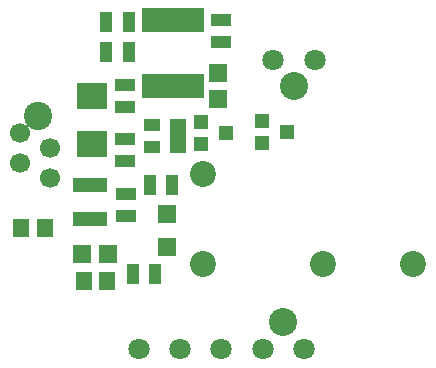
<source format=gbr>
G04 #@! TF.FileFunction,Soldermask,Top*
%FSLAX46Y46*%
G04 Gerber Fmt 4.6, Leading zero omitted, Abs format (unit mm)*
G04 Created by KiCad (PCBNEW 4.0.7-e2-6376~58~ubuntu16.04.1) date Fri Apr  6 19:10:20 2018*
%MOMM*%
%LPD*%
G01*
G04 APERTURE LIST*
%ADD10C,0.100000*%
%ADD11R,1.100000X1.700000*%
%ADD12C,1.797000*%
%ADD13C,2.381000*%
%ADD14R,1.700000X1.100000*%
%ADD15R,1.300000X1.200000*%
%ADD16R,1.400000X1.650000*%
%ADD17C,2.200000*%
%ADD18R,2.900000X1.300000*%
%ADD19R,2.559000X2.178000*%
%ADD20R,1.600000X1.600000*%
%ADD21C,1.700000*%
%ADD22C,2.400000*%
%ADD23R,1.460000X1.050000*%
%ADD24R,0.750000X2.000000*%
G04 APERTURE END LIST*
D10*
D11*
X151127500Y-92824300D03*
X149227500Y-92824300D03*
D12*
X166870260Y-96019620D03*
X163370260Y-96019620D03*
D13*
X165120260Y-98249620D03*
D14*
X150898860Y-107332740D03*
X150898860Y-109232740D03*
X150771860Y-104584540D03*
X150771860Y-102684540D03*
X150807420Y-100043020D03*
X150807420Y-98143020D03*
D11*
X154795260Y-106641900D03*
X152895260Y-106641900D03*
D14*
X158940500Y-92636300D03*
X158940500Y-94536300D03*
D15*
X162391380Y-101180860D03*
X162391380Y-103080860D03*
X164491380Y-102130860D03*
D16*
X149306280Y-114741960D03*
X147306280Y-114741960D03*
D17*
X157416500Y-113317020D03*
X167576500Y-113317020D03*
X175196500Y-113317020D03*
X157416500Y-105697020D03*
D18*
X147835620Y-106568580D03*
X147835620Y-109468580D03*
D19*
X147980400Y-99098100D03*
X147980400Y-103162100D03*
D20*
X154348180Y-109087460D03*
X154348180Y-111887460D03*
D15*
X157240260Y-101241820D03*
X157240260Y-103141820D03*
X159340260Y-102191820D03*
D11*
X153344920Y-114170460D03*
X151444920Y-114170460D03*
X151127500Y-95364300D03*
X149227500Y-95364300D03*
D20*
X158663640Y-97121800D03*
X158663640Y-99321800D03*
X149397900Y-112448340D03*
X147197900Y-112448340D03*
D12*
X162463120Y-120462040D03*
X165963120Y-120462040D03*
D13*
X164213120Y-118232040D03*
D12*
X158963120Y-120462040D03*
X155463120Y-120462040D03*
X151963120Y-120462040D03*
D21*
X141945360Y-104749600D03*
X141945360Y-102209600D03*
X144485360Y-103479600D03*
X144485360Y-106019600D03*
D22*
X143445360Y-100809600D03*
D16*
X144007080Y-110271560D03*
X142007080Y-110271560D03*
D23*
X155272920Y-103433920D03*
X155272920Y-102483920D03*
X155272920Y-101533920D03*
X153072920Y-101533920D03*
X153072920Y-103433920D03*
D24*
X152604040Y-98258280D03*
X153254040Y-98258280D03*
X153904040Y-98258280D03*
X154554040Y-98258280D03*
X155204040Y-98258280D03*
X155854040Y-98258280D03*
X156504040Y-98258280D03*
X157154040Y-98258280D03*
X157154040Y-92658280D03*
X156504040Y-92658280D03*
X155854040Y-92658280D03*
X155204040Y-92658280D03*
X154554040Y-92658280D03*
X153904040Y-92658280D03*
X153254040Y-92658280D03*
X152604040Y-92658280D03*
M02*

</source>
